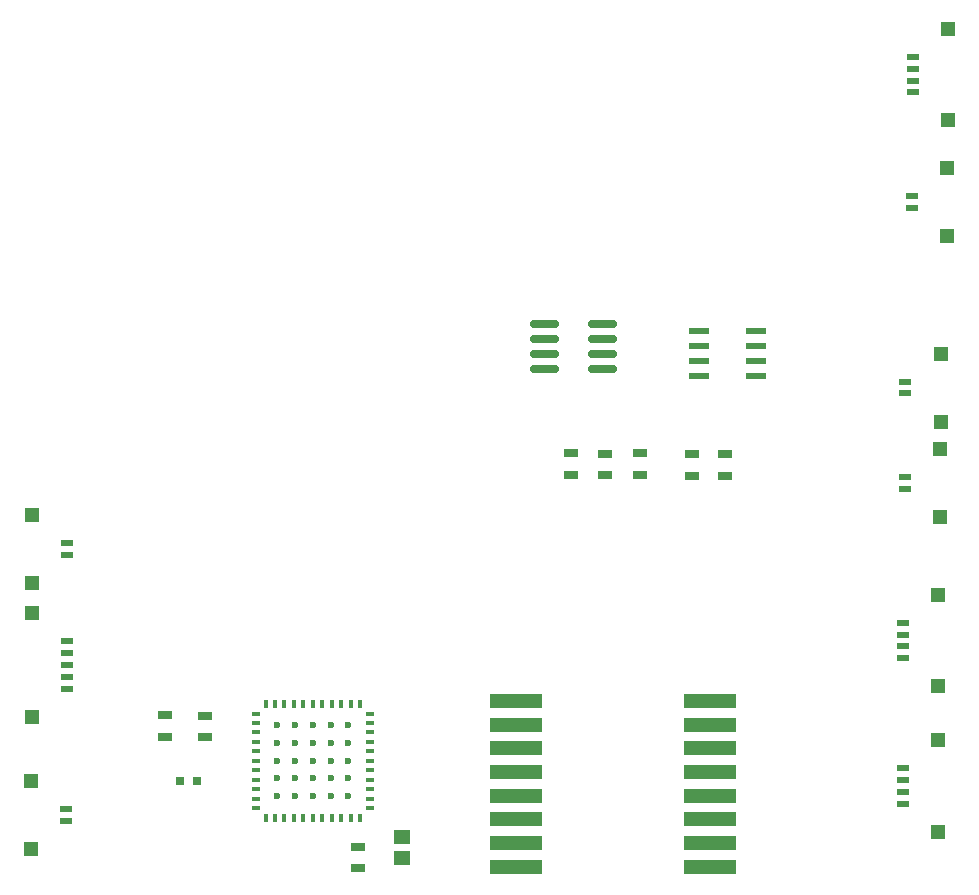
<source format=gbr>
G04 EAGLE Gerber RS-274X export*
G75*
%MOMM*%
%FSLAX34Y34*%
%LPD*%
%INSolderpaste Bottom*%
%IPPOS*%
%AMOC8*
5,1,8,0,0,1.08239X$1,22.5*%
G01*
%ADD10C,0.700000*%
%ADD11R,1.200000X0.800000*%
%ADD12R,0.700000X0.360000*%
%ADD13R,0.360000X0.700000*%
%ADD14C,0.600000*%
%ADD15R,0.800000X0.800000*%
%ADD16R,1.676400X0.508000*%
%ADD17R,4.500000X1.200000*%
%ADD18R,1.000000X0.550000*%
%ADD19R,1.300000X1.260000*%
%ADD20R,1.470000X1.200000*%


D10*
X495332Y517230D02*
X513332Y517230D01*
X513332Y529930D02*
X495332Y529930D01*
X495332Y542630D02*
X513332Y542630D01*
X513332Y555330D02*
X495332Y555330D01*
X544332Y517230D02*
X562332Y517230D01*
X562332Y529930D02*
X544332Y529930D01*
X544332Y542630D02*
X562332Y542630D01*
X562332Y555330D02*
X544332Y555330D01*
D11*
X555628Y445500D03*
X555628Y427500D03*
X526898Y445666D03*
X526898Y427666D03*
D12*
X259688Y145494D03*
X259688Y153494D03*
X259688Y161494D03*
X259688Y169494D03*
X259688Y177494D03*
X259688Y185494D03*
X259688Y193494D03*
X259688Y201494D03*
X259688Y209494D03*
X259688Y217494D03*
X259688Y225494D03*
D13*
X268088Y233894D03*
X276088Y233894D03*
X284088Y233894D03*
X292088Y233894D03*
X300088Y233894D03*
X308088Y233894D03*
X316188Y233894D03*
X324088Y233894D03*
X332088Y233894D03*
X340088Y233894D03*
X348088Y233894D03*
D12*
X356488Y225494D03*
X356488Y217494D03*
X356488Y209494D03*
X356488Y201494D03*
X356488Y193494D03*
X356488Y185494D03*
X356488Y177494D03*
X356488Y169494D03*
X356488Y161494D03*
X356488Y153494D03*
X356488Y145494D03*
D13*
X348088Y137094D03*
X340088Y137094D03*
X332088Y137094D03*
X324088Y137094D03*
X316088Y137094D03*
X308088Y137094D03*
X300088Y137094D03*
X292088Y137094D03*
X284088Y137094D03*
X276288Y137094D03*
X268088Y137094D03*
D14*
X278088Y155494D03*
X278088Y170494D03*
X278088Y185494D03*
X278088Y200494D03*
X278088Y215494D03*
X293088Y155494D03*
X293088Y170494D03*
X293088Y185494D03*
X293088Y200494D03*
X293088Y215494D03*
X308088Y155494D03*
X308088Y170494D03*
X308088Y185494D03*
X308088Y200494D03*
X308088Y215494D03*
X323088Y155494D03*
X323088Y170494D03*
X323088Y185494D03*
X323088Y200494D03*
X323088Y215494D03*
X338088Y155494D03*
X338088Y170494D03*
X338088Y185494D03*
X338088Y200494D03*
X338088Y215494D03*
D15*
X195326Y168024D03*
X210326Y168024D03*
D11*
X657088Y444900D03*
X657088Y426900D03*
X628762Y426900D03*
X628762Y444900D03*
D16*
X683446Y549544D03*
X683446Y536844D03*
X683446Y524144D03*
X683446Y511444D03*
X635186Y511444D03*
X635186Y524144D03*
X635186Y536844D03*
X635186Y549544D03*
D11*
X585442Y427700D03*
X585442Y445700D03*
D17*
X480100Y115900D03*
X480100Y135900D03*
X480100Y155900D03*
X480100Y175900D03*
X480100Y195900D03*
X480100Y215900D03*
X480100Y235900D03*
X644100Y235900D03*
X644100Y215900D03*
X644100Y195900D03*
X644100Y175900D03*
X644100Y155900D03*
X644100Y135900D03*
X644100Y115900D03*
X644100Y95900D03*
X480100Y95900D03*
D11*
X216900Y223300D03*
X216900Y205300D03*
X183300Y223900D03*
X183300Y205900D03*
X346100Y112300D03*
X346100Y94300D03*
D18*
X816300Y781400D03*
X816300Y771400D03*
X816300Y761400D03*
X816300Y751400D03*
D19*
X846200Y805150D03*
X846200Y727600D03*
D18*
X99400Y134500D03*
X99400Y144500D03*
D19*
X69500Y110750D03*
X69500Y168300D03*
D18*
X100000Y246500D03*
X100000Y256500D03*
X100000Y266500D03*
X100000Y276500D03*
X100000Y286500D03*
D19*
X70100Y222750D03*
X70100Y310300D03*
D18*
X100000Y360000D03*
X100000Y370000D03*
D19*
X70100Y336250D03*
X70100Y393800D03*
D18*
X815100Y663400D03*
X815100Y653400D03*
D19*
X845000Y687150D03*
X845000Y629600D03*
D18*
X807400Y302400D03*
X807400Y292400D03*
X807400Y282400D03*
X807400Y272400D03*
D19*
X837300Y326150D03*
X837300Y248600D03*
D18*
X809100Y425700D03*
X809100Y415700D03*
D19*
X839000Y449450D03*
X839000Y391900D03*
D18*
X809800Y506500D03*
X809800Y496500D03*
D19*
X839700Y530250D03*
X839700Y472700D03*
D18*
X807600Y179300D03*
X807600Y169300D03*
X807600Y159300D03*
X807600Y149300D03*
D19*
X837500Y203050D03*
X837500Y125500D03*
D20*
X383900Y103500D03*
X383900Y120700D03*
M02*

</source>
